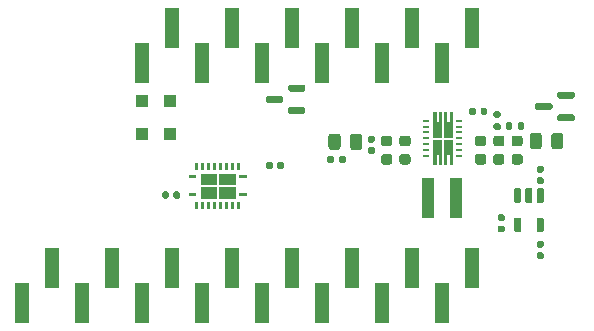
<source format=gbr>
G04 #@! TF.GenerationSoftware,KiCad,Pcbnew,6.0.10+dfsg-1~bpo11+1*
G04 #@! TF.CreationDate,2023-02-14T08:24:13+00:00*
G04 #@! TF.ProjectId,cellular-featherwing-pcb,63656c6c-756c-4617-922d-666561746865,rev?*
G04 #@! TF.SameCoordinates,Original*
G04 #@! TF.FileFunction,Paste,Bot*
G04 #@! TF.FilePolarity,Positive*
%FSLAX46Y46*%
G04 Gerber Fmt 4.6, Leading zero omitted, Abs format (unit mm)*
G04 Created by KiCad (PCBNEW 6.0.10+dfsg-1~bpo11+1) date 2023-02-14 08:24:13*
%MOMM*%
%LPD*%
G01*
G04 APERTURE LIST*
%ADD10C,0.010000*%
%ADD11R,1.270000X3.430000*%
%ADD12R,1.100000X1.100000*%
%ADD13O,0.600000X0.240000*%
%ADD14R,0.980000X3.400000*%
G04 APERTURE END LIST*
G36*
X162397500Y-90850000D02*
G01*
X162657500Y-90850000D01*
X162657500Y-90000000D01*
X162857500Y-90000000D01*
X162857500Y-92100000D01*
X162197500Y-92100000D01*
X162197500Y-90000000D01*
X162397500Y-90000000D01*
X162397500Y-90850000D01*
G37*
D10*
X162397500Y-90850000D02*
X162657500Y-90850000D01*
X162657500Y-90000000D01*
X162857500Y-90000000D01*
X162857500Y-92100000D01*
X162197500Y-92100000D01*
X162197500Y-90000000D01*
X162397500Y-90000000D01*
X162397500Y-90850000D01*
G36*
X162857500Y-94400000D02*
G01*
X162657500Y-94400000D01*
X162657500Y-93550000D01*
X162397500Y-93550000D01*
X162397500Y-94400000D01*
X162197500Y-94400000D01*
X162197500Y-92300000D01*
X162857500Y-92300000D01*
X162857500Y-94400000D01*
G37*
X162857500Y-94400000D02*
X162657500Y-94400000D01*
X162657500Y-93550000D01*
X162397500Y-93550000D01*
X162397500Y-94400000D01*
X162197500Y-94400000D01*
X162197500Y-92300000D01*
X162857500Y-92300000D01*
X162857500Y-94400000D01*
G36*
X163777500Y-94400000D02*
G01*
X163577500Y-94400000D01*
X163577500Y-93550000D01*
X163317500Y-93550000D01*
X163317500Y-94400000D01*
X163117500Y-94400000D01*
X163117500Y-92300000D01*
X163777500Y-92300000D01*
X163777500Y-94400000D01*
G37*
X163777500Y-94400000D02*
X163577500Y-94400000D01*
X163577500Y-93550000D01*
X163317500Y-93550000D01*
X163317500Y-94400000D01*
X163117500Y-94400000D01*
X163117500Y-92300000D01*
X163777500Y-92300000D01*
X163777500Y-94400000D01*
G36*
X163317500Y-90850000D02*
G01*
X163577500Y-90850000D01*
X163577500Y-90000000D01*
X163777500Y-90000000D01*
X163777500Y-92100000D01*
X163117500Y-92100000D01*
X163117500Y-90000000D01*
X163317500Y-90000000D01*
X163317500Y-90850000D01*
G37*
X163317500Y-90850000D02*
X163577500Y-90850000D01*
X163577500Y-90000000D01*
X163777500Y-90000000D01*
X163777500Y-92100000D01*
X163117500Y-92100000D01*
X163117500Y-90000000D01*
X163317500Y-90000000D01*
X163317500Y-90850000D01*
G36*
X143832500Y-96100000D02*
G01*
X142502500Y-96100000D01*
X142502500Y-95180000D01*
X143832500Y-95180000D01*
X143832500Y-96100000D01*
G37*
X143832500Y-96100000D02*
X142502500Y-96100000D01*
X142502500Y-95180000D01*
X143832500Y-95180000D01*
X143832500Y-96100000D01*
G36*
X143832500Y-97220000D02*
G01*
X142502500Y-97220000D01*
X142502500Y-96300000D01*
X143832500Y-96300000D01*
X143832500Y-97220000D01*
G37*
X143832500Y-97220000D02*
X142502500Y-97220000D01*
X142502500Y-96300000D01*
X143832500Y-96300000D01*
X143832500Y-97220000D01*
G36*
X145372500Y-97220000D02*
G01*
X144042500Y-97220000D01*
X144042500Y-96300000D01*
X145372500Y-96300000D01*
X145372500Y-97220000D01*
G37*
X145372500Y-97220000D02*
X144042500Y-97220000D01*
X144042500Y-96300000D01*
X145372500Y-96300000D01*
X145372500Y-97220000D01*
G36*
X145372500Y-96100000D02*
G01*
X144042500Y-96100000D01*
X144042500Y-95180000D01*
X145372500Y-95180000D01*
X145372500Y-96100000D01*
G37*
X145372500Y-96100000D02*
X144042500Y-96100000D01*
X144042500Y-95180000D01*
X145372500Y-95180000D01*
X145372500Y-96100000D01*
G36*
G01*
X167500000Y-91975000D02*
X168000000Y-91975000D01*
G75*
G02*
X168225000Y-92200000I0J-225000D01*
G01*
X168225000Y-92650000D01*
G75*
G02*
X168000000Y-92875000I-225000J0D01*
G01*
X167500000Y-92875000D01*
G75*
G02*
X167275000Y-92650000I0J225000D01*
G01*
X167275000Y-92200000D01*
G75*
G02*
X167500000Y-91975000I225000J0D01*
G01*
G37*
G36*
G01*
X167500000Y-93525000D02*
X168000000Y-93525000D01*
G75*
G02*
X168225000Y-93750000I0J-225000D01*
G01*
X168225000Y-94200000D01*
G75*
G02*
X168000000Y-94425000I-225000J0D01*
G01*
X167500000Y-94425000D01*
G75*
G02*
X167275000Y-94200000I0J225000D01*
G01*
X167275000Y-93750000D01*
G75*
G02*
X167500000Y-93525000I225000J0D01*
G01*
G37*
D11*
X127350000Y-106126000D03*
X129890000Y-103206000D03*
X132430000Y-106126000D03*
X134970000Y-103206000D03*
X137510000Y-106126000D03*
X140050000Y-103206000D03*
X142590000Y-106126000D03*
X145130000Y-103206000D03*
X147670000Y-106126000D03*
X150210000Y-103206000D03*
X152750000Y-106126000D03*
X155290000Y-103206000D03*
X157830000Y-106126000D03*
X160370000Y-103206000D03*
X162910000Y-106126000D03*
X165450000Y-103206000D03*
G36*
G01*
X151375000Y-87800000D02*
X151375000Y-88100000D01*
G75*
G02*
X151225000Y-88250000I-150000J0D01*
G01*
X150050000Y-88250000D01*
G75*
G02*
X149900000Y-88100000I0J150000D01*
G01*
X149900000Y-87800000D01*
G75*
G02*
X150050000Y-87650000I150000J0D01*
G01*
X151225000Y-87650000D01*
G75*
G02*
X151375000Y-87800000I0J-150000D01*
G01*
G37*
G36*
G01*
X151375000Y-89700000D02*
X151375000Y-90000000D01*
G75*
G02*
X151225000Y-90150000I-150000J0D01*
G01*
X150050000Y-90150000D01*
G75*
G02*
X149900000Y-90000000I0J150000D01*
G01*
X149900000Y-89700000D01*
G75*
G02*
X150050000Y-89550000I150000J0D01*
G01*
X151225000Y-89550000D01*
G75*
G02*
X151375000Y-89700000I0J-150000D01*
G01*
G37*
G36*
G01*
X149500000Y-88750000D02*
X149500000Y-89050000D01*
G75*
G02*
X149350000Y-89200000I-150000J0D01*
G01*
X148175000Y-89200000D01*
G75*
G02*
X148025000Y-89050000I0J150000D01*
G01*
X148025000Y-88750000D01*
G75*
G02*
X148175000Y-88600000I150000J0D01*
G01*
X149350000Y-88600000D01*
G75*
G02*
X149500000Y-88750000I0J-150000D01*
G01*
G37*
G36*
G01*
X169140000Y-96427500D02*
X169560000Y-96427500D01*
G75*
G02*
X169650000Y-96517500I0J-90000D01*
G01*
X169650000Y-97557500D01*
G75*
G02*
X169560000Y-97647500I-90000J0D01*
G01*
X169140000Y-97647500D01*
G75*
G02*
X169050000Y-97557500I0J90000D01*
G01*
X169050000Y-96517500D01*
G75*
G02*
X169140000Y-96427500I90000J0D01*
G01*
G37*
G36*
G01*
X170090000Y-96427500D02*
X170510000Y-96427500D01*
G75*
G02*
X170600000Y-96517500I0J-90000D01*
G01*
X170600000Y-97557500D01*
G75*
G02*
X170510000Y-97647500I-90000J0D01*
G01*
X170090000Y-97647500D01*
G75*
G02*
X170000000Y-97557500I0J90000D01*
G01*
X170000000Y-96517500D01*
G75*
G02*
X170090000Y-96427500I90000J0D01*
G01*
G37*
G36*
G01*
X171040000Y-96427500D02*
X171460000Y-96427500D01*
G75*
G02*
X171550000Y-96517500I0J-90000D01*
G01*
X171550000Y-97557500D01*
G75*
G02*
X171460000Y-97647500I-90000J0D01*
G01*
X171040000Y-97647500D01*
G75*
G02*
X170950000Y-97557500I0J90000D01*
G01*
X170950000Y-96517500D01*
G75*
G02*
X171040000Y-96427500I90000J0D01*
G01*
G37*
G36*
G01*
X171040000Y-98917500D02*
X171460000Y-98917500D01*
G75*
G02*
X171550000Y-99007500I0J-90000D01*
G01*
X171550000Y-100047500D01*
G75*
G02*
X171460000Y-100137500I-90000J0D01*
G01*
X171040000Y-100137500D01*
G75*
G02*
X170950000Y-100047500I0J90000D01*
G01*
X170950000Y-99007500D01*
G75*
G02*
X171040000Y-98917500I90000J0D01*
G01*
G37*
G36*
G01*
X169140000Y-98917500D02*
X169560000Y-98917500D01*
G75*
G02*
X169650000Y-99007500I0J-90000D01*
G01*
X169650000Y-100047500D01*
G75*
G02*
X169560000Y-100137500I-90000J0D01*
G01*
X169140000Y-100137500D01*
G75*
G02*
X169050000Y-100047500I0J90000D01*
G01*
X169050000Y-99007500D01*
G75*
G02*
X169140000Y-98917500I90000J0D01*
G01*
G37*
G36*
G01*
X148040000Y-94670000D02*
X148040000Y-94330000D01*
G75*
G02*
X148180000Y-94190000I140000J0D01*
G01*
X148460000Y-94190000D01*
G75*
G02*
X148600000Y-94330000I0J-140000D01*
G01*
X148600000Y-94670000D01*
G75*
G02*
X148460000Y-94810000I-140000J0D01*
G01*
X148180000Y-94810000D01*
G75*
G02*
X148040000Y-94670000I0J140000D01*
G01*
G37*
G36*
G01*
X149000000Y-94670000D02*
X149000000Y-94330000D01*
G75*
G02*
X149140000Y-94190000I140000J0D01*
G01*
X149420000Y-94190000D01*
G75*
G02*
X149560000Y-94330000I0J-140000D01*
G01*
X149560000Y-94670000D01*
G75*
G02*
X149420000Y-94810000I-140000J0D01*
G01*
X149140000Y-94810000D01*
G75*
G02*
X149000000Y-94670000I0J140000D01*
G01*
G37*
G36*
G01*
X170375000Y-92875000D02*
X170375000Y-91975000D01*
G75*
G02*
X170625000Y-91725000I250000J0D01*
G01*
X171150000Y-91725000D01*
G75*
G02*
X171400000Y-91975000I0J-250000D01*
G01*
X171400000Y-92875000D01*
G75*
G02*
X171150000Y-93125000I-250000J0D01*
G01*
X170625000Y-93125000D01*
G75*
G02*
X170375000Y-92875000I0J250000D01*
G01*
G37*
G36*
G01*
X172200000Y-92875000D02*
X172200000Y-91975000D01*
G75*
G02*
X172450000Y-91725000I250000J0D01*
G01*
X172975000Y-91725000D01*
G75*
G02*
X173225000Y-91975000I0J-250000D01*
G01*
X173225000Y-92875000D01*
G75*
G02*
X172975000Y-93125000I-250000J0D01*
G01*
X172450000Y-93125000D01*
G75*
G02*
X172200000Y-92875000I0J250000D01*
G01*
G37*
G36*
G01*
X165950000Y-91975000D02*
X166450000Y-91975000D01*
G75*
G02*
X166675000Y-92200000I0J-225000D01*
G01*
X166675000Y-92650000D01*
G75*
G02*
X166450000Y-92875000I-225000J0D01*
G01*
X165950000Y-92875000D01*
G75*
G02*
X165725000Y-92650000I0J225000D01*
G01*
X165725000Y-92200000D01*
G75*
G02*
X165950000Y-91975000I225000J0D01*
G01*
G37*
G36*
G01*
X165950000Y-93525000D02*
X166450000Y-93525000D01*
G75*
G02*
X166675000Y-93750000I0J-225000D01*
G01*
X166675000Y-94200000D01*
G75*
G02*
X166450000Y-94425000I-225000J0D01*
G01*
X165950000Y-94425000D01*
G75*
G02*
X165725000Y-94200000I0J225000D01*
G01*
X165725000Y-93750000D01*
G75*
G02*
X165950000Y-93525000I225000J0D01*
G01*
G37*
G36*
G01*
X154780000Y-93815000D02*
X154780000Y-94185000D01*
G75*
G02*
X154645000Y-94320000I-135000J0D01*
G01*
X154375000Y-94320000D01*
G75*
G02*
X154240000Y-94185000I0J135000D01*
G01*
X154240000Y-93815000D01*
G75*
G02*
X154375000Y-93680000I135000J0D01*
G01*
X154645000Y-93680000D01*
G75*
G02*
X154780000Y-93815000I0J-135000D01*
G01*
G37*
G36*
G01*
X153760000Y-93815000D02*
X153760000Y-94185000D01*
G75*
G02*
X153625000Y-94320000I-135000J0D01*
G01*
X153355000Y-94320000D01*
G75*
G02*
X153220000Y-94185000I0J135000D01*
G01*
X153220000Y-93815000D01*
G75*
G02*
X153355000Y-93680000I135000J0D01*
G01*
X153625000Y-93680000D01*
G75*
G02*
X153760000Y-93815000I0J-135000D01*
G01*
G37*
G36*
G01*
X159550000Y-91975000D02*
X160050000Y-91975000D01*
G75*
G02*
X160275000Y-92200000I0J-225000D01*
G01*
X160275000Y-92650000D01*
G75*
G02*
X160050000Y-92875000I-225000J0D01*
G01*
X159550000Y-92875000D01*
G75*
G02*
X159325000Y-92650000I0J225000D01*
G01*
X159325000Y-92200000D01*
G75*
G02*
X159550000Y-91975000I225000J0D01*
G01*
G37*
G36*
G01*
X159550000Y-93525000D02*
X160050000Y-93525000D01*
G75*
G02*
X160275000Y-93750000I0J-225000D01*
G01*
X160275000Y-94200000D01*
G75*
G02*
X160050000Y-94425000I-225000J0D01*
G01*
X159550000Y-94425000D01*
G75*
G02*
X159325000Y-94200000I0J225000D01*
G01*
X159325000Y-93750000D01*
G75*
G02*
X159550000Y-93525000I225000J0D01*
G01*
G37*
G36*
G01*
X171080000Y-100890000D02*
X171420000Y-100890000D01*
G75*
G02*
X171560000Y-101030000I0J-140000D01*
G01*
X171560000Y-101310000D01*
G75*
G02*
X171420000Y-101450000I-140000J0D01*
G01*
X171080000Y-101450000D01*
G75*
G02*
X170940000Y-101310000I0J140000D01*
G01*
X170940000Y-101030000D01*
G75*
G02*
X171080000Y-100890000I140000J0D01*
G01*
G37*
G36*
G01*
X171080000Y-101850000D02*
X171420000Y-101850000D01*
G75*
G02*
X171560000Y-101990000I0J-140000D01*
G01*
X171560000Y-102270000D01*
G75*
G02*
X171420000Y-102410000I-140000J0D01*
G01*
X171080000Y-102410000D01*
G75*
G02*
X170940000Y-102270000I0J140000D01*
G01*
X170940000Y-101990000D01*
G75*
G02*
X171080000Y-101850000I140000J0D01*
G01*
G37*
D12*
X139950000Y-91800000D03*
X139950000Y-89000000D03*
D13*
X164387500Y-90700000D03*
X164387500Y-91200000D03*
X164387500Y-91700000D03*
X164387500Y-92200000D03*
X164387500Y-92700000D03*
X164387500Y-93200000D03*
X164387500Y-93700000D03*
X161587500Y-93700000D03*
X161587500Y-93200000D03*
X161587500Y-92700000D03*
X161587500Y-92200000D03*
X161587500Y-91700000D03*
X161587500Y-91200000D03*
X161587500Y-90700000D03*
G36*
G01*
X153325000Y-92950000D02*
X153325000Y-92050000D01*
G75*
G02*
X153575000Y-91800000I250000J0D01*
G01*
X154100000Y-91800000D01*
G75*
G02*
X154350000Y-92050000I0J-250000D01*
G01*
X154350000Y-92950000D01*
G75*
G02*
X154100000Y-93200000I-250000J0D01*
G01*
X153575000Y-93200000D01*
G75*
G02*
X153325000Y-92950000I0J250000D01*
G01*
G37*
G36*
G01*
X155150000Y-92950000D02*
X155150000Y-92050000D01*
G75*
G02*
X155400000Y-91800000I250000J0D01*
G01*
X155925000Y-91800000D01*
G75*
G02*
X156175000Y-92050000I0J-250000D01*
G01*
X156175000Y-92950000D01*
G75*
G02*
X155925000Y-93200000I-250000J0D01*
G01*
X155400000Y-93200000D01*
G75*
G02*
X155150000Y-92950000I0J250000D01*
G01*
G37*
G36*
G01*
X156780000Y-91990000D02*
X157120000Y-91990000D01*
G75*
G02*
X157260000Y-92130000I0J-140000D01*
G01*
X157260000Y-92410000D01*
G75*
G02*
X157120000Y-92550000I-140000J0D01*
G01*
X156780000Y-92550000D01*
G75*
G02*
X156640000Y-92410000I0J140000D01*
G01*
X156640000Y-92130000D01*
G75*
G02*
X156780000Y-91990000I140000J0D01*
G01*
G37*
G36*
G01*
X156780000Y-92950000D02*
X157120000Y-92950000D01*
G75*
G02*
X157260000Y-93090000I0J-140000D01*
G01*
X157260000Y-93370000D01*
G75*
G02*
X157120000Y-93510000I-140000J0D01*
G01*
X156780000Y-93510000D01*
G75*
G02*
X156640000Y-93370000I0J140000D01*
G01*
X156640000Y-93090000D01*
G75*
G02*
X156780000Y-92950000I140000J0D01*
G01*
G37*
G36*
G01*
X167785000Y-91470000D02*
X167415000Y-91470000D01*
G75*
G02*
X167280000Y-91335000I0J135000D01*
G01*
X167280000Y-91065000D01*
G75*
G02*
X167415000Y-90930000I135000J0D01*
G01*
X167785000Y-90930000D01*
G75*
G02*
X167920000Y-91065000I0J-135000D01*
G01*
X167920000Y-91335000D01*
G75*
G02*
X167785000Y-91470000I-135000J0D01*
G01*
G37*
G36*
G01*
X167785000Y-90450000D02*
X167415000Y-90450000D01*
G75*
G02*
X167280000Y-90315000I0J135000D01*
G01*
X167280000Y-90045000D01*
G75*
G02*
X167415000Y-89910000I135000J0D01*
G01*
X167785000Y-89910000D01*
G75*
G02*
X167920000Y-90045000I0J-135000D01*
G01*
X167920000Y-90315000D01*
G75*
G02*
X167785000Y-90450000I-135000J0D01*
G01*
G37*
G36*
G01*
X169880000Y-90965000D02*
X169880000Y-91335000D01*
G75*
G02*
X169745000Y-91470000I-135000J0D01*
G01*
X169475000Y-91470000D01*
G75*
G02*
X169340000Y-91335000I0J135000D01*
G01*
X169340000Y-90965000D01*
G75*
G02*
X169475000Y-90830000I135000J0D01*
G01*
X169745000Y-90830000D01*
G75*
G02*
X169880000Y-90965000I0J-135000D01*
G01*
G37*
G36*
G01*
X168860000Y-90965000D02*
X168860000Y-91335000D01*
G75*
G02*
X168725000Y-91470000I-135000J0D01*
G01*
X168455000Y-91470000D01*
G75*
G02*
X168320000Y-91335000I0J135000D01*
G01*
X168320000Y-90965000D01*
G75*
G02*
X168455000Y-90830000I135000J0D01*
G01*
X168725000Y-90830000D01*
G75*
G02*
X168860000Y-90965000I0J-135000D01*
G01*
G37*
D14*
X164135000Y-97250000D03*
X161765000Y-97250000D03*
G36*
G01*
X174175000Y-88400000D02*
X174175000Y-88700000D01*
G75*
G02*
X174025000Y-88850000I-150000J0D01*
G01*
X172850000Y-88850000D01*
G75*
G02*
X172700000Y-88700000I0J150000D01*
G01*
X172700000Y-88400000D01*
G75*
G02*
X172850000Y-88250000I150000J0D01*
G01*
X174025000Y-88250000D01*
G75*
G02*
X174175000Y-88400000I0J-150000D01*
G01*
G37*
G36*
G01*
X174175000Y-90300000D02*
X174175000Y-90600000D01*
G75*
G02*
X174025000Y-90750000I-150000J0D01*
G01*
X172850000Y-90750000D01*
G75*
G02*
X172700000Y-90600000I0J150000D01*
G01*
X172700000Y-90300000D01*
G75*
G02*
X172850000Y-90150000I150000J0D01*
G01*
X174025000Y-90150000D01*
G75*
G02*
X174175000Y-90300000I0J-150000D01*
G01*
G37*
G36*
G01*
X172300000Y-89350000D02*
X172300000Y-89650000D01*
G75*
G02*
X172150000Y-89800000I-150000J0D01*
G01*
X170975000Y-89800000D01*
G75*
G02*
X170825000Y-89650000I0J150000D01*
G01*
X170825000Y-89350000D01*
G75*
G02*
X170975000Y-89200000I150000J0D01*
G01*
X172150000Y-89200000D01*
G75*
G02*
X172300000Y-89350000I0J-150000D01*
G01*
G37*
G36*
G01*
X171420000Y-96060000D02*
X171080000Y-96060000D01*
G75*
G02*
X170940000Y-95920000I0J140000D01*
G01*
X170940000Y-95640000D01*
G75*
G02*
X171080000Y-95500000I140000J0D01*
G01*
X171420000Y-95500000D01*
G75*
G02*
X171560000Y-95640000I0J-140000D01*
G01*
X171560000Y-95920000D01*
G75*
G02*
X171420000Y-96060000I-140000J0D01*
G01*
G37*
G36*
G01*
X171420000Y-95100000D02*
X171080000Y-95100000D01*
G75*
G02*
X170940000Y-94960000I0J140000D01*
G01*
X170940000Y-94680000D01*
G75*
G02*
X171080000Y-94540000I140000J0D01*
G01*
X171420000Y-94540000D01*
G75*
G02*
X171560000Y-94680000I0J-140000D01*
G01*
X171560000Y-94960000D01*
G75*
G02*
X171420000Y-95100000I-140000J0D01*
G01*
G37*
G36*
G01*
X140760000Y-96830000D02*
X140760000Y-97170000D01*
G75*
G02*
X140620000Y-97310000I-140000J0D01*
G01*
X140340000Y-97310000D01*
G75*
G02*
X140200000Y-97170000I0J140000D01*
G01*
X140200000Y-96830000D01*
G75*
G02*
X140340000Y-96690000I140000J0D01*
G01*
X140620000Y-96690000D01*
G75*
G02*
X140760000Y-96830000I0J-140000D01*
G01*
G37*
G36*
G01*
X139800000Y-96830000D02*
X139800000Y-97170000D01*
G75*
G02*
X139660000Y-97310000I-140000J0D01*
G01*
X139380000Y-97310000D01*
G75*
G02*
X139240000Y-97170000I0J140000D01*
G01*
X139240000Y-96830000D01*
G75*
G02*
X139380000Y-96690000I140000J0D01*
G01*
X139660000Y-96690000D01*
G75*
G02*
X139800000Y-96830000I0J-140000D01*
G01*
G37*
D12*
X137550000Y-91800000D03*
X137550000Y-89000000D03*
G36*
G01*
X146385100Y-97070000D02*
X145789900Y-97070000D01*
G75*
G02*
X145787500Y-97067600I0J2400D01*
G01*
X145787500Y-96832400D01*
G75*
G02*
X145789900Y-96830000I2400J0D01*
G01*
X146385100Y-96830000D01*
G75*
G02*
X146387500Y-96832400I0J-2400D01*
G01*
X146387500Y-97067600D01*
G75*
G02*
X146385100Y-97070000I-2400J0D01*
G01*
G37*
G36*
G01*
X145805100Y-98150000D02*
X145569900Y-98150000D01*
G75*
G02*
X145567500Y-98147600I0J2400D01*
G01*
X145567500Y-97552400D01*
G75*
G02*
X145569900Y-97550000I2400J0D01*
G01*
X145805100Y-97550000D01*
G75*
G02*
X145807500Y-97552400I0J-2400D01*
G01*
X145807500Y-98147600D01*
G75*
G02*
X145805100Y-98150000I-2400J0D01*
G01*
G37*
G36*
G01*
X145305100Y-98150000D02*
X145069900Y-98150000D01*
G75*
G02*
X145067500Y-98147600I0J2400D01*
G01*
X145067500Y-97552400D01*
G75*
G02*
X145069900Y-97550000I2400J0D01*
G01*
X145305100Y-97550000D01*
G75*
G02*
X145307500Y-97552400I0J-2400D01*
G01*
X145307500Y-98147600D01*
G75*
G02*
X145305100Y-98150000I-2400J0D01*
G01*
G37*
G36*
G01*
X144805100Y-98150000D02*
X144569900Y-98150000D01*
G75*
G02*
X144567500Y-98147600I0J2400D01*
G01*
X144567500Y-97552400D01*
G75*
G02*
X144569900Y-97550000I2400J0D01*
G01*
X144805100Y-97550000D01*
G75*
G02*
X144807500Y-97552400I0J-2400D01*
G01*
X144807500Y-98147600D01*
G75*
G02*
X144805100Y-98150000I-2400J0D01*
G01*
G37*
G36*
G01*
X144305100Y-98150000D02*
X144069900Y-98150000D01*
G75*
G02*
X144067500Y-98147600I0J2400D01*
G01*
X144067500Y-97552400D01*
G75*
G02*
X144069900Y-97550000I2400J0D01*
G01*
X144305100Y-97550000D01*
G75*
G02*
X144307500Y-97552400I0J-2400D01*
G01*
X144307500Y-98147600D01*
G75*
G02*
X144305100Y-98150000I-2400J0D01*
G01*
G37*
G36*
G01*
X143805100Y-98150000D02*
X143569900Y-98150000D01*
G75*
G02*
X143567500Y-98147600I0J2400D01*
G01*
X143567500Y-97552400D01*
G75*
G02*
X143569900Y-97550000I2400J0D01*
G01*
X143805100Y-97550000D01*
G75*
G02*
X143807500Y-97552400I0J-2400D01*
G01*
X143807500Y-98147600D01*
G75*
G02*
X143805100Y-98150000I-2400J0D01*
G01*
G37*
G36*
G01*
X143305100Y-98150000D02*
X143069900Y-98150000D01*
G75*
G02*
X143067500Y-98147600I0J2400D01*
G01*
X143067500Y-97552400D01*
G75*
G02*
X143069900Y-97550000I2400J0D01*
G01*
X143305100Y-97550000D01*
G75*
G02*
X143307500Y-97552400I0J-2400D01*
G01*
X143307500Y-98147600D01*
G75*
G02*
X143305100Y-98150000I-2400J0D01*
G01*
G37*
G36*
G01*
X142805100Y-98150000D02*
X142569900Y-98150000D01*
G75*
G02*
X142567500Y-98147600I0J2400D01*
G01*
X142567500Y-97552400D01*
G75*
G02*
X142569900Y-97550000I2400J0D01*
G01*
X142805100Y-97550000D01*
G75*
G02*
X142807500Y-97552400I0J-2400D01*
G01*
X142807500Y-98147600D01*
G75*
G02*
X142805100Y-98150000I-2400J0D01*
G01*
G37*
G36*
G01*
X142305100Y-98150000D02*
X142069900Y-98150000D01*
G75*
G02*
X142067500Y-98147600I0J2400D01*
G01*
X142067500Y-97552400D01*
G75*
G02*
X142069900Y-97550000I2400J0D01*
G01*
X142305100Y-97550000D01*
G75*
G02*
X142307500Y-97552400I0J-2400D01*
G01*
X142307500Y-98147600D01*
G75*
G02*
X142305100Y-98150000I-2400J0D01*
G01*
G37*
G36*
G01*
X142085100Y-97070000D02*
X141489900Y-97070000D01*
G75*
G02*
X141487500Y-97067600I0J2400D01*
G01*
X141487500Y-96832400D01*
G75*
G02*
X141489900Y-96830000I2400J0D01*
G01*
X142085100Y-96830000D01*
G75*
G02*
X142087500Y-96832400I0J-2400D01*
G01*
X142087500Y-97067600D01*
G75*
G02*
X142085100Y-97070000I-2400J0D01*
G01*
G37*
G36*
G01*
X142085100Y-95570000D02*
X141489900Y-95570000D01*
G75*
G02*
X141487500Y-95567600I0J2400D01*
G01*
X141487500Y-95332400D01*
G75*
G02*
X141489900Y-95330000I2400J0D01*
G01*
X142085100Y-95330000D01*
G75*
G02*
X142087500Y-95332400I0J-2400D01*
G01*
X142087500Y-95567600D01*
G75*
G02*
X142085100Y-95570000I-2400J0D01*
G01*
G37*
G36*
G01*
X142305100Y-94850000D02*
X142069900Y-94850000D01*
G75*
G02*
X142067500Y-94847600I0J2400D01*
G01*
X142067500Y-94252400D01*
G75*
G02*
X142069900Y-94250000I2400J0D01*
G01*
X142305100Y-94250000D01*
G75*
G02*
X142307500Y-94252400I0J-2400D01*
G01*
X142307500Y-94847600D01*
G75*
G02*
X142305100Y-94850000I-2400J0D01*
G01*
G37*
G36*
G01*
X142805100Y-94850000D02*
X142569900Y-94850000D01*
G75*
G02*
X142567500Y-94847600I0J2400D01*
G01*
X142567500Y-94252400D01*
G75*
G02*
X142569900Y-94250000I2400J0D01*
G01*
X142805100Y-94250000D01*
G75*
G02*
X142807500Y-94252400I0J-2400D01*
G01*
X142807500Y-94847600D01*
G75*
G02*
X142805100Y-94850000I-2400J0D01*
G01*
G37*
G36*
G01*
X143305100Y-94850000D02*
X143069900Y-94850000D01*
G75*
G02*
X143067500Y-94847600I0J2400D01*
G01*
X143067500Y-94252400D01*
G75*
G02*
X143069900Y-94250000I2400J0D01*
G01*
X143305100Y-94250000D01*
G75*
G02*
X143307500Y-94252400I0J-2400D01*
G01*
X143307500Y-94847600D01*
G75*
G02*
X143305100Y-94850000I-2400J0D01*
G01*
G37*
G36*
G01*
X143805100Y-94850000D02*
X143569900Y-94850000D01*
G75*
G02*
X143567500Y-94847600I0J2400D01*
G01*
X143567500Y-94252400D01*
G75*
G02*
X143569900Y-94250000I2400J0D01*
G01*
X143805100Y-94250000D01*
G75*
G02*
X143807500Y-94252400I0J-2400D01*
G01*
X143807500Y-94847600D01*
G75*
G02*
X143805100Y-94850000I-2400J0D01*
G01*
G37*
G36*
G01*
X144305100Y-94850000D02*
X144069900Y-94850000D01*
G75*
G02*
X144067500Y-94847600I0J2400D01*
G01*
X144067500Y-94252400D01*
G75*
G02*
X144069900Y-94250000I2400J0D01*
G01*
X144305100Y-94250000D01*
G75*
G02*
X144307500Y-94252400I0J-2400D01*
G01*
X144307500Y-94847600D01*
G75*
G02*
X144305100Y-94850000I-2400J0D01*
G01*
G37*
G36*
G01*
X144805100Y-94850000D02*
X144569900Y-94850000D01*
G75*
G02*
X144567500Y-94847600I0J2400D01*
G01*
X144567500Y-94252400D01*
G75*
G02*
X144569900Y-94250000I2400J0D01*
G01*
X144805100Y-94250000D01*
G75*
G02*
X144807500Y-94252400I0J-2400D01*
G01*
X144807500Y-94847600D01*
G75*
G02*
X144805100Y-94850000I-2400J0D01*
G01*
G37*
G36*
G01*
X145305100Y-94850000D02*
X145069900Y-94850000D01*
G75*
G02*
X145067500Y-94847600I0J2400D01*
G01*
X145067500Y-94252400D01*
G75*
G02*
X145069900Y-94250000I2400J0D01*
G01*
X145305100Y-94250000D01*
G75*
G02*
X145307500Y-94252400I0J-2400D01*
G01*
X145307500Y-94847600D01*
G75*
G02*
X145305100Y-94850000I-2400J0D01*
G01*
G37*
G36*
G01*
X145805100Y-94850000D02*
X145569900Y-94850000D01*
G75*
G02*
X145567500Y-94847600I0J2400D01*
G01*
X145567500Y-94252400D01*
G75*
G02*
X145569900Y-94250000I2400J0D01*
G01*
X145805100Y-94250000D01*
G75*
G02*
X145807500Y-94252400I0J-2400D01*
G01*
X145807500Y-94847600D01*
G75*
G02*
X145805100Y-94850000I-2400J0D01*
G01*
G37*
G36*
G01*
X146385100Y-95570000D02*
X145789900Y-95570000D01*
G75*
G02*
X145787500Y-95567600I0J2400D01*
G01*
X145787500Y-95332400D01*
G75*
G02*
X145789900Y-95330000I2400J0D01*
G01*
X146385100Y-95330000D01*
G75*
G02*
X146387500Y-95332400I0J-2400D01*
G01*
X146387500Y-95567600D01*
G75*
G02*
X146385100Y-95570000I-2400J0D01*
G01*
G37*
G36*
G01*
X158000000Y-91975000D02*
X158500000Y-91975000D01*
G75*
G02*
X158725000Y-92200000I0J-225000D01*
G01*
X158725000Y-92650000D01*
G75*
G02*
X158500000Y-92875000I-225000J0D01*
G01*
X158000000Y-92875000D01*
G75*
G02*
X157775000Y-92650000I0J225000D01*
G01*
X157775000Y-92200000D01*
G75*
G02*
X158000000Y-91975000I225000J0D01*
G01*
G37*
G36*
G01*
X158000000Y-93525000D02*
X158500000Y-93525000D01*
G75*
G02*
X158725000Y-93750000I0J-225000D01*
G01*
X158725000Y-94200000D01*
G75*
G02*
X158500000Y-94425000I-225000J0D01*
G01*
X158000000Y-94425000D01*
G75*
G02*
X157775000Y-94200000I0J225000D01*
G01*
X157775000Y-93750000D01*
G75*
G02*
X158000000Y-93525000I225000J0D01*
G01*
G37*
D11*
X137510000Y-85800000D03*
X140050000Y-82880000D03*
X142590000Y-85800000D03*
X145130000Y-82880000D03*
X147670000Y-85800000D03*
X150210000Y-82880000D03*
X152750000Y-85800000D03*
X155290000Y-82880000D03*
X157830000Y-85800000D03*
X160370000Y-82880000D03*
X162910000Y-85800000D03*
X165450000Y-82880000D03*
G36*
G01*
X169050000Y-91975000D02*
X169550000Y-91975000D01*
G75*
G02*
X169775000Y-92200000I0J-225000D01*
G01*
X169775000Y-92650000D01*
G75*
G02*
X169550000Y-92875000I-225000J0D01*
G01*
X169050000Y-92875000D01*
G75*
G02*
X168825000Y-92650000I0J225000D01*
G01*
X168825000Y-92200000D01*
G75*
G02*
X169050000Y-91975000I225000J0D01*
G01*
G37*
G36*
G01*
X169050000Y-93525000D02*
X169550000Y-93525000D01*
G75*
G02*
X169775000Y-93750000I0J-225000D01*
G01*
X169775000Y-94200000D01*
G75*
G02*
X169550000Y-94425000I-225000J0D01*
G01*
X169050000Y-94425000D01*
G75*
G02*
X168825000Y-94200000I0J225000D01*
G01*
X168825000Y-93750000D01*
G75*
G02*
X169050000Y-93525000I225000J0D01*
G01*
G37*
G36*
G01*
X168120000Y-100160000D02*
X167780000Y-100160000D01*
G75*
G02*
X167640000Y-100020000I0J140000D01*
G01*
X167640000Y-99740000D01*
G75*
G02*
X167780000Y-99600000I140000J0D01*
G01*
X168120000Y-99600000D01*
G75*
G02*
X168260000Y-99740000I0J-140000D01*
G01*
X168260000Y-100020000D01*
G75*
G02*
X168120000Y-100160000I-140000J0D01*
G01*
G37*
G36*
G01*
X168120000Y-99200000D02*
X167780000Y-99200000D01*
G75*
G02*
X167640000Y-99060000I0J140000D01*
G01*
X167640000Y-98780000D01*
G75*
G02*
X167780000Y-98640000I140000J0D01*
G01*
X168120000Y-98640000D01*
G75*
G02*
X168260000Y-98780000I0J-140000D01*
G01*
X168260000Y-99060000D01*
G75*
G02*
X168120000Y-99200000I-140000J0D01*
G01*
G37*
G36*
G01*
X165240000Y-90070000D02*
X165240000Y-89730000D01*
G75*
G02*
X165380000Y-89590000I140000J0D01*
G01*
X165660000Y-89590000D01*
G75*
G02*
X165800000Y-89730000I0J-140000D01*
G01*
X165800000Y-90070000D01*
G75*
G02*
X165660000Y-90210000I-140000J0D01*
G01*
X165380000Y-90210000D01*
G75*
G02*
X165240000Y-90070000I0J140000D01*
G01*
G37*
G36*
G01*
X166200000Y-90070000D02*
X166200000Y-89730000D01*
G75*
G02*
X166340000Y-89590000I140000J0D01*
G01*
X166620000Y-89590000D01*
G75*
G02*
X166760000Y-89730000I0J-140000D01*
G01*
X166760000Y-90070000D01*
G75*
G02*
X166620000Y-90210000I-140000J0D01*
G01*
X166340000Y-90210000D01*
G75*
G02*
X166200000Y-90070000I0J140000D01*
G01*
G37*
M02*

</source>
